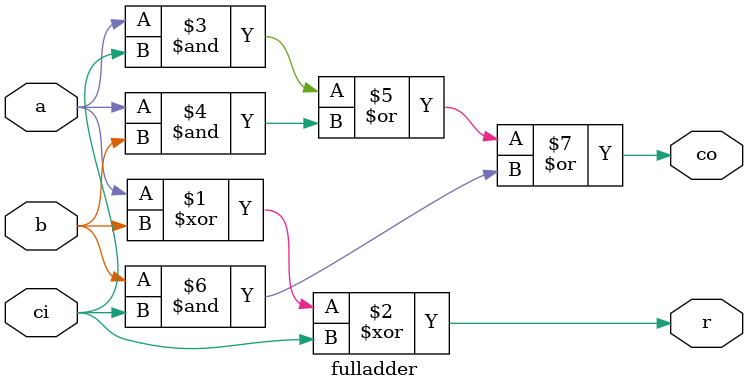
<source format=v>
module fulladder(a,b,ci,r,co);
   input a,b,ci;
   output r,co;

   assign r = a^b^ci;
   assign co = a&ci|a&b|b&ci;

endmodule // fulladder

</source>
